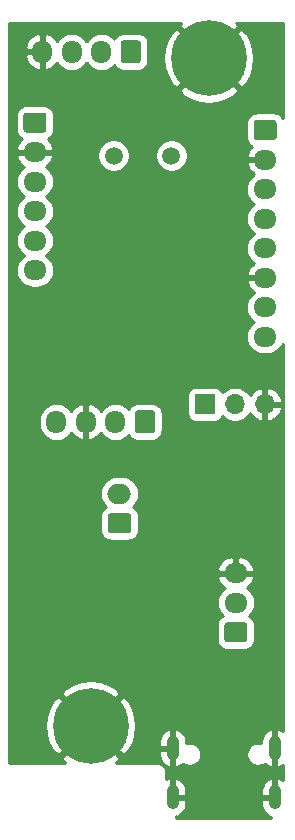
<source format=gbr>
G04 #@! TF.GenerationSoftware,KiCad,Pcbnew,(5.1.6)-1*
G04 #@! TF.CreationDate,2023-02-24T22:08:04-06:00*
G04 #@! TF.ProjectId,EncoderBoard3(1.2),456e636f-6465-4724-926f-617264332831,v1.0*
G04 #@! TF.SameCoordinates,Original*
G04 #@! TF.FileFunction,Copper,L2,Bot*
G04 #@! TF.FilePolarity,Positive*
%FSLAX46Y46*%
G04 Gerber Fmt 4.6, Leading zero omitted, Abs format (unit mm)*
G04 Created by KiCad (PCBNEW (5.1.6)-1) date 2023-02-24 22:08:04*
%MOMM*%
%LPD*%
G01*
G04 APERTURE LIST*
G04 #@! TA.AperFunction,ComponentPad*
%ADD10O,1.700000X1.950000*%
G04 #@! TD*
G04 #@! TA.AperFunction,ComponentPad*
%ADD11C,1.500000*%
G04 #@! TD*
G04 #@! TA.AperFunction,ComponentPad*
%ADD12O,1.050000X2.100000*%
G04 #@! TD*
G04 #@! TA.AperFunction,ComponentPad*
%ADD13O,1.950000X1.700000*%
G04 #@! TD*
G04 #@! TA.AperFunction,ComponentPad*
%ADD14O,2.000000X1.700000*%
G04 #@! TD*
G04 #@! TA.AperFunction,ComponentPad*
%ADD15O,1.700000X1.700000*%
G04 #@! TD*
G04 #@! TA.AperFunction,ComponentPad*
%ADD16R,1.700000X1.700000*%
G04 #@! TD*
G04 #@! TA.AperFunction,ComponentPad*
%ADD17C,6.400000*%
G04 #@! TD*
G04 #@! TA.AperFunction,ViaPad*
%ADD18C,0.450000*%
G04 #@! TD*
G04 #@! TA.AperFunction,ViaPad*
%ADD19C,1.270000*%
G04 #@! TD*
G04 #@! TA.AperFunction,Conductor*
%ADD20C,0.254000*%
G04 #@! TD*
G04 APERTURE END LIST*
G04 #@! TA.AperFunction,ComponentPad*
G36*
G01*
X130453500Y-115975300D02*
X130453500Y-117425300D01*
G75*
G02*
X130203500Y-117675300I-250000J0D01*
G01*
X129003500Y-117675300D01*
G75*
G02*
X128753500Y-117425300I0J250000D01*
G01*
X128753500Y-115975300D01*
G75*
G02*
X129003500Y-115725300I250000J0D01*
G01*
X130203500Y-115725300D01*
G75*
G02*
X130453500Y-115975300I0J-250000D01*
G01*
G37*
G04 #@! TD.AperFunction*
D10*
X127103500Y-116700300D03*
X124603500Y-116700300D03*
X122103500Y-116700300D03*
D11*
X126959360Y-94152720D03*
X131839360Y-94152720D03*
D12*
X140591000Y-148497800D03*
X131951000Y-148497800D03*
X140591000Y-144317800D03*
X131951000Y-144317800D03*
G04 #@! TA.AperFunction,ComponentPad*
G36*
G01*
X129252080Y-84644400D02*
X129252080Y-86094400D01*
G75*
G02*
X129002080Y-86344400I-250000J0D01*
G01*
X127802080Y-86344400D01*
G75*
G02*
X127552080Y-86094400I0J250000D01*
G01*
X127552080Y-84644400D01*
G75*
G02*
X127802080Y-84394400I250000J0D01*
G01*
X129002080Y-84394400D01*
G75*
G02*
X129252080Y-84644400I0J-250000D01*
G01*
G37*
G04 #@! TD.AperFunction*
D10*
X125902080Y-85369400D03*
X123402080Y-85369400D03*
X120902080Y-85369400D03*
G04 #@! TA.AperFunction,ComponentPad*
G36*
G01*
X119556700Y-90513800D02*
X121006700Y-90513800D01*
G75*
G02*
X121256700Y-90763800I0J-250000D01*
G01*
X121256700Y-91963800D01*
G75*
G02*
X121006700Y-92213800I-250000J0D01*
G01*
X119556700Y-92213800D01*
G75*
G02*
X119306700Y-91963800I0J250000D01*
G01*
X119306700Y-90763800D01*
G75*
G02*
X119556700Y-90513800I250000J0D01*
G01*
G37*
G04 #@! TD.AperFunction*
D13*
X120281700Y-93863800D03*
X120281700Y-96363800D03*
X120281700Y-98863800D03*
X120281700Y-101363800D03*
X120281700Y-103863800D03*
D14*
X127444500Y-122772800D03*
G04 #@! TA.AperFunction,ComponentPad*
G36*
G01*
X128194500Y-126122800D02*
X126694500Y-126122800D01*
G75*
G02*
X126444500Y-125872800I0J250000D01*
G01*
X126444500Y-124672800D01*
G75*
G02*
X126694500Y-124422800I250000J0D01*
G01*
X128194500Y-124422800D01*
G75*
G02*
X128444500Y-124672800I0J-250000D01*
G01*
X128444500Y-125872800D01*
G75*
G02*
X128194500Y-126122800I-250000J0D01*
G01*
G37*
G04 #@! TD.AperFunction*
D15*
X139763500Y-115214400D03*
X137223500Y-115214400D03*
D16*
X134683500Y-115214400D03*
D17*
X125000000Y-142425800D03*
D13*
X137287000Y-129518400D03*
X137287000Y-132018400D03*
G04 #@! TA.AperFunction,ComponentPad*
G36*
G01*
X138012000Y-135368400D02*
X136562000Y-135368400D01*
G75*
G02*
X136312000Y-135118400I0J250000D01*
G01*
X136312000Y-133918400D01*
G75*
G02*
X136562000Y-133668400I250000J0D01*
G01*
X138012000Y-133668400D01*
G75*
G02*
X138262000Y-133918400I0J-250000D01*
G01*
X138262000Y-135118400D01*
G75*
G02*
X138012000Y-135368400I-250000J0D01*
G01*
G37*
G04 #@! TD.AperFunction*
X139776200Y-109498800D03*
X139776200Y-106998800D03*
X139776200Y-104498800D03*
X139776200Y-101998800D03*
X139776200Y-99498800D03*
X139776200Y-96998800D03*
X139776200Y-94498800D03*
G04 #@! TA.AperFunction,ComponentPad*
G36*
G01*
X139051200Y-91148800D02*
X140501200Y-91148800D01*
G75*
G02*
X140751200Y-91398800I0J-250000D01*
G01*
X140751200Y-92598800D01*
G75*
G02*
X140501200Y-92848800I-250000J0D01*
G01*
X139051200Y-92848800D01*
G75*
G02*
X138801200Y-92598800I0J250000D01*
G01*
X138801200Y-91398800D01*
G75*
G02*
X139051200Y-91148800I250000J0D01*
G01*
G37*
G04 #@! TD.AperFunction*
D17*
X135000000Y-85902800D03*
D18*
X121475500Y-133083300D03*
X124142500Y-131559300D03*
X124142500Y-132321300D03*
X124142500Y-133083300D03*
X123253500Y-133083300D03*
X123253500Y-132321300D03*
X123253500Y-131559300D03*
X129921000Y-129019300D03*
X124396500Y-127050800D03*
X119443500Y-134988300D03*
X136169400Y-121589800D03*
D19*
X129921000Y-135369300D03*
X123317000Y-137083800D03*
D18*
X125031500Y-133083300D03*
X125031500Y-132321300D03*
X125031500Y-131559300D03*
X122364500Y-131559300D03*
X122364500Y-132321300D03*
X122364500Y-133083300D03*
X125920500Y-133083300D03*
X125920500Y-132321300D03*
X125920500Y-131559300D03*
X121475500Y-131559300D03*
X121475500Y-132321300D03*
X120586500Y-131559300D03*
X120586500Y-132321300D03*
X120586500Y-133083300D03*
X127591820Y-111493300D03*
X127591820Y-113017300D03*
X122511820Y-110488700D03*
X119844820Y-112255300D03*
X125647300Y-106089300D03*
X125646180Y-89067640D03*
X137947400Y-123913900D03*
X124383800Y-109016800D03*
X139521000Y-142072800D03*
X141097000Y-140004800D03*
X133021000Y-141095800D03*
X141097000Y-138353800D03*
X129776220Y-137132060D03*
X140665200Y-123063000D03*
X132559300Y-101222300D03*
X119443500Y-136067800D03*
X140639800Y-125577600D03*
X130154680Y-89067640D03*
X134706360Y-98933000D03*
X134655560Y-100401120D03*
X136018240Y-107001280D03*
X135056880Y-111409480D03*
X139573000Y-83581240D03*
X124220000Y-98906360D03*
X130434080Y-98887280D03*
X118870760Y-110420120D03*
D20*
G36*
X132478724Y-83201919D02*
G01*
X135000000Y-85723195D01*
X137521276Y-83201919D01*
X137321111Y-82929800D01*
X141276000Y-82929800D01*
X141276000Y-90973504D01*
X141239605Y-90905414D01*
X141129162Y-90770838D01*
X140994586Y-90660395D01*
X140841050Y-90578328D01*
X140674454Y-90527792D01*
X140501200Y-90510728D01*
X139051200Y-90510728D01*
X138877946Y-90527792D01*
X138711350Y-90578328D01*
X138557814Y-90660395D01*
X138423238Y-90770838D01*
X138312795Y-90905414D01*
X138230728Y-91058950D01*
X138180192Y-91225546D01*
X138163128Y-91398800D01*
X138163128Y-92598800D01*
X138180192Y-92772054D01*
X138230728Y-92938650D01*
X138312795Y-93092186D01*
X138423238Y-93226762D01*
X138557814Y-93337205D01*
X138663161Y-93393514D01*
X138641771Y-93409751D01*
X138448704Y-93627607D01*
X138301848Y-93878942D01*
X138209724Y-94141910D01*
X138331045Y-94371800D01*
X139649200Y-94371800D01*
X139649200Y-94351800D01*
X139903200Y-94351800D01*
X139903200Y-94371800D01*
X139923200Y-94371800D01*
X139923200Y-94625800D01*
X139903200Y-94625800D01*
X139903200Y-94645800D01*
X139649200Y-94645800D01*
X139649200Y-94625800D01*
X138331045Y-94625800D01*
X138209724Y-94855690D01*
X138301848Y-95118658D01*
X138448704Y-95369993D01*
X138641771Y-95587849D01*
X138847922Y-95744338D01*
X138822186Y-95758094D01*
X138596066Y-95943666D01*
X138410494Y-96169786D01*
X138272601Y-96427766D01*
X138187687Y-96707689D01*
X138159015Y-96998800D01*
X138187687Y-97289911D01*
X138272601Y-97569834D01*
X138410494Y-97827814D01*
X138596066Y-98053934D01*
X138822186Y-98239506D01*
X138839574Y-98248800D01*
X138822186Y-98258094D01*
X138596066Y-98443666D01*
X138410494Y-98669786D01*
X138272601Y-98927766D01*
X138187687Y-99207689D01*
X138159015Y-99498800D01*
X138187687Y-99789911D01*
X138272601Y-100069834D01*
X138410494Y-100327814D01*
X138596066Y-100553934D01*
X138822186Y-100739506D01*
X138839574Y-100748800D01*
X138822186Y-100758094D01*
X138596066Y-100943666D01*
X138410494Y-101169786D01*
X138272601Y-101427766D01*
X138187687Y-101707689D01*
X138159015Y-101998800D01*
X138187687Y-102289911D01*
X138272601Y-102569834D01*
X138410494Y-102827814D01*
X138596066Y-103053934D01*
X138822186Y-103239506D01*
X138847922Y-103253262D01*
X138641771Y-103409751D01*
X138448704Y-103627607D01*
X138301848Y-103878942D01*
X138209724Y-104141910D01*
X138331045Y-104371800D01*
X139649200Y-104371800D01*
X139649200Y-104351800D01*
X139903200Y-104351800D01*
X139903200Y-104371800D01*
X139923200Y-104371800D01*
X139923200Y-104625800D01*
X139903200Y-104625800D01*
X139903200Y-104645800D01*
X139649200Y-104645800D01*
X139649200Y-104625800D01*
X138331045Y-104625800D01*
X138209724Y-104855690D01*
X138301848Y-105118658D01*
X138448704Y-105369993D01*
X138641771Y-105587849D01*
X138847922Y-105744338D01*
X138822186Y-105758094D01*
X138596066Y-105943666D01*
X138410494Y-106169786D01*
X138272601Y-106427766D01*
X138187687Y-106707689D01*
X138159015Y-106998800D01*
X138187687Y-107289911D01*
X138272601Y-107569834D01*
X138410494Y-107827814D01*
X138596066Y-108053934D01*
X138822186Y-108239506D01*
X138839574Y-108248800D01*
X138822186Y-108258094D01*
X138596066Y-108443666D01*
X138410494Y-108669786D01*
X138272601Y-108927766D01*
X138187687Y-109207689D01*
X138159015Y-109498800D01*
X138187687Y-109789911D01*
X138272601Y-110069834D01*
X138410494Y-110327814D01*
X138596066Y-110553934D01*
X138822186Y-110739506D01*
X139080166Y-110877399D01*
X139360089Y-110962313D01*
X139578250Y-110983800D01*
X139974150Y-110983800D01*
X140192311Y-110962313D01*
X140472234Y-110877399D01*
X140730214Y-110739506D01*
X140956334Y-110553934D01*
X141141906Y-110327814D01*
X141276000Y-110076941D01*
X141276001Y-142853100D01*
X141129864Y-142757737D01*
X140896810Y-142673836D01*
X140718000Y-142799637D01*
X140718000Y-144190800D01*
X140738000Y-144190800D01*
X140738000Y-144444800D01*
X140718000Y-144444800D01*
X140718000Y-145835963D01*
X140896810Y-145961764D01*
X141129864Y-145877863D01*
X141276001Y-145782499D01*
X141276001Y-147033101D01*
X141129864Y-146937737D01*
X140896810Y-146853836D01*
X140718000Y-146979637D01*
X140718000Y-148370800D01*
X140738000Y-148370800D01*
X140738000Y-148624800D01*
X140718000Y-148624800D01*
X140718000Y-148644800D01*
X140464000Y-148644800D01*
X140464000Y-148624800D01*
X139431000Y-148624800D01*
X139431000Y-149149800D01*
X139478066Y-149373665D01*
X139567901Y-149584046D01*
X139697053Y-149772859D01*
X139860559Y-149932847D01*
X140052136Y-150057863D01*
X140285190Y-150141764D01*
X140290001Y-150138379D01*
X140290001Y-150285870D01*
X132210000Y-150249922D01*
X132210000Y-150108831D01*
X132256810Y-150141764D01*
X132489864Y-150057863D01*
X132681441Y-149932847D01*
X132844947Y-149772859D01*
X132974099Y-149584046D01*
X133063934Y-149373665D01*
X133111000Y-149149800D01*
X133111000Y-148624800D01*
X132078000Y-148624800D01*
X132078000Y-148644800D01*
X131824000Y-148644800D01*
X131824000Y-148624800D01*
X131804000Y-148624800D01*
X131804000Y-148370800D01*
X131824000Y-148370800D01*
X131824000Y-146979637D01*
X132078000Y-146979637D01*
X132078000Y-148370800D01*
X133111000Y-148370800D01*
X133111000Y-147845800D01*
X139431000Y-147845800D01*
X139431000Y-148370800D01*
X140464000Y-148370800D01*
X140464000Y-146979637D01*
X140285190Y-146853836D01*
X140052136Y-146937737D01*
X139860559Y-147062753D01*
X139697053Y-147222741D01*
X139567901Y-147411554D01*
X139478066Y-147621935D01*
X139431000Y-147845800D01*
X133111000Y-147845800D01*
X133063934Y-147621935D01*
X132974099Y-147411554D01*
X132844947Y-147222741D01*
X132681441Y-147062753D01*
X132489864Y-146937737D01*
X132256810Y-146853836D01*
X132078000Y-146979637D01*
X131824000Y-146979637D01*
X131645190Y-146853836D01*
X131412136Y-146937737D01*
X131410000Y-146939131D01*
X131410000Y-146354877D01*
X131413435Y-146320000D01*
X131399727Y-146180816D01*
X131359128Y-146046980D01*
X131293200Y-145923637D01*
X131204475Y-145815525D01*
X131096363Y-145726800D01*
X130973020Y-145660872D01*
X130839184Y-145620273D01*
X130734877Y-145610000D01*
X130700000Y-145606565D01*
X130665123Y-145610000D01*
X127165757Y-145610000D01*
X127521276Y-145126681D01*
X125000000Y-142605405D01*
X122478724Y-145126681D01*
X122834243Y-145610000D01*
X118050000Y-145610000D01*
X118050000Y-142401495D01*
X121146520Y-142401495D01*
X121215822Y-143153738D01*
X121430548Y-143878008D01*
X121782445Y-144546470D01*
X121809452Y-144586888D01*
X122299119Y-144947076D01*
X124820395Y-142425800D01*
X125179605Y-142425800D01*
X127700881Y-144947076D01*
X128190548Y-144586888D01*
X128267651Y-144444800D01*
X130791000Y-144444800D01*
X130791000Y-144969800D01*
X130838066Y-145193665D01*
X130927901Y-145404046D01*
X131057053Y-145592859D01*
X131220559Y-145752847D01*
X131412136Y-145877863D01*
X131645190Y-145961764D01*
X131824000Y-145835963D01*
X131824000Y-144444800D01*
X130791000Y-144444800D01*
X128267651Y-144444800D01*
X128550849Y-143922918D01*
X128630619Y-143665800D01*
X130791000Y-143665800D01*
X130791000Y-144190800D01*
X131824000Y-144190800D01*
X131824000Y-142799637D01*
X132078000Y-142799637D01*
X132078000Y-144190800D01*
X132098000Y-144190800D01*
X132098000Y-144444800D01*
X132078000Y-144444800D01*
X132078000Y-145835963D01*
X132256810Y-145961764D01*
X132489864Y-145877863D01*
X132681441Y-145752847D01*
X132795507Y-145641235D01*
X132914428Y-145720696D01*
X133093686Y-145794947D01*
X133283986Y-145832800D01*
X133478014Y-145832800D01*
X133668314Y-145794947D01*
X133847572Y-145720696D01*
X134008901Y-145612899D01*
X134146099Y-145475701D01*
X134253896Y-145314372D01*
X134328147Y-145135114D01*
X134366000Y-144944814D01*
X134366000Y-144750786D01*
X138176000Y-144750786D01*
X138176000Y-144944814D01*
X138213853Y-145135114D01*
X138288104Y-145314372D01*
X138395901Y-145475701D01*
X138533099Y-145612899D01*
X138694428Y-145720696D01*
X138873686Y-145794947D01*
X139063986Y-145832800D01*
X139258014Y-145832800D01*
X139448314Y-145794947D01*
X139627572Y-145720696D01*
X139746493Y-145641235D01*
X139860559Y-145752847D01*
X140052136Y-145877863D01*
X140285190Y-145961764D01*
X140464000Y-145835963D01*
X140464000Y-144444800D01*
X140444000Y-144444800D01*
X140444000Y-144190800D01*
X140464000Y-144190800D01*
X140464000Y-142799637D01*
X140285190Y-142673836D01*
X140052136Y-142757737D01*
X139860559Y-142882753D01*
X139697053Y-143042741D01*
X139567901Y-143231554D01*
X139478066Y-143441935D01*
X139431000Y-143665800D01*
X139431000Y-143897209D01*
X139258014Y-143862800D01*
X139063986Y-143862800D01*
X138873686Y-143900653D01*
X138694428Y-143974904D01*
X138533099Y-144082701D01*
X138395901Y-144219899D01*
X138288104Y-144381228D01*
X138213853Y-144560486D01*
X138176000Y-144750786D01*
X134366000Y-144750786D01*
X134328147Y-144560486D01*
X134253896Y-144381228D01*
X134146099Y-144219899D01*
X134008901Y-144082701D01*
X133847572Y-143974904D01*
X133668314Y-143900653D01*
X133478014Y-143862800D01*
X133283986Y-143862800D01*
X133111000Y-143897209D01*
X133111000Y-143665800D01*
X133063934Y-143441935D01*
X132974099Y-143231554D01*
X132844947Y-143042741D01*
X132681441Y-142882753D01*
X132489864Y-142757737D01*
X132256810Y-142673836D01*
X132078000Y-142799637D01*
X131824000Y-142799637D01*
X131645190Y-142673836D01*
X131412136Y-142757737D01*
X131220559Y-142882753D01*
X131057053Y-143042741D01*
X130927901Y-143231554D01*
X130838066Y-143441935D01*
X130791000Y-143665800D01*
X128630619Y-143665800D01*
X128774694Y-143201415D01*
X128853480Y-142450105D01*
X128784178Y-141697862D01*
X128569452Y-140973592D01*
X128217555Y-140305130D01*
X128190548Y-140264712D01*
X127700881Y-139904524D01*
X125179605Y-142425800D01*
X124820395Y-142425800D01*
X122299119Y-139904524D01*
X121809452Y-140264712D01*
X121449151Y-140928682D01*
X121225306Y-141650185D01*
X121146520Y-142401495D01*
X118050000Y-142401495D01*
X118050000Y-139724919D01*
X122478724Y-139724919D01*
X125000000Y-142246195D01*
X127521276Y-139724919D01*
X127161088Y-139235252D01*
X126497118Y-138874951D01*
X125775615Y-138651106D01*
X125024305Y-138572320D01*
X124272062Y-138641622D01*
X123547792Y-138856348D01*
X122879330Y-139208245D01*
X122838912Y-139235252D01*
X122478724Y-139724919D01*
X118050000Y-139724919D01*
X118050000Y-132018400D01*
X135669815Y-132018400D01*
X135698487Y-132309511D01*
X135783401Y-132589434D01*
X135921294Y-132847414D01*
X136106866Y-133073534D01*
X136170337Y-133125623D01*
X136068614Y-133179995D01*
X135934038Y-133290438D01*
X135823595Y-133425014D01*
X135741528Y-133578550D01*
X135690992Y-133745146D01*
X135673928Y-133918400D01*
X135673928Y-135118400D01*
X135690992Y-135291654D01*
X135741528Y-135458250D01*
X135823595Y-135611786D01*
X135934038Y-135746362D01*
X136068614Y-135856805D01*
X136222150Y-135938872D01*
X136388746Y-135989408D01*
X136562000Y-136006472D01*
X138012000Y-136006472D01*
X138185254Y-135989408D01*
X138351850Y-135938872D01*
X138505386Y-135856805D01*
X138639962Y-135746362D01*
X138750405Y-135611786D01*
X138832472Y-135458250D01*
X138883008Y-135291654D01*
X138900072Y-135118400D01*
X138900072Y-133918400D01*
X138883008Y-133745146D01*
X138832472Y-133578550D01*
X138750405Y-133425014D01*
X138639962Y-133290438D01*
X138505386Y-133179995D01*
X138403663Y-133125623D01*
X138467134Y-133073534D01*
X138652706Y-132847414D01*
X138790599Y-132589434D01*
X138875513Y-132309511D01*
X138904185Y-132018400D01*
X138875513Y-131727289D01*
X138790599Y-131447366D01*
X138652706Y-131189386D01*
X138467134Y-130963266D01*
X138241014Y-130777694D01*
X138215278Y-130763938D01*
X138421429Y-130607449D01*
X138614496Y-130389593D01*
X138761352Y-130138258D01*
X138853476Y-129875290D01*
X138732155Y-129645400D01*
X137414000Y-129645400D01*
X137414000Y-129665400D01*
X137160000Y-129665400D01*
X137160000Y-129645400D01*
X135841845Y-129645400D01*
X135720524Y-129875290D01*
X135812648Y-130138258D01*
X135959504Y-130389593D01*
X136152571Y-130607449D01*
X136358722Y-130763938D01*
X136332986Y-130777694D01*
X136106866Y-130963266D01*
X135921294Y-131189386D01*
X135783401Y-131447366D01*
X135698487Y-131727289D01*
X135669815Y-132018400D01*
X118050000Y-132018400D01*
X118050000Y-129161510D01*
X135720524Y-129161510D01*
X135841845Y-129391400D01*
X137160000Y-129391400D01*
X137160000Y-128192235D01*
X137414000Y-128192235D01*
X137414000Y-129391400D01*
X138732155Y-129391400D01*
X138853476Y-129161510D01*
X138761352Y-128898542D01*
X138614496Y-128647207D01*
X138421429Y-128429351D01*
X138189570Y-128253347D01*
X137927830Y-128125958D01*
X137646267Y-128052080D01*
X137414000Y-128192235D01*
X137160000Y-128192235D01*
X136927733Y-128052080D01*
X136646170Y-128125958D01*
X136384430Y-128253347D01*
X136152571Y-128429351D01*
X135959504Y-128647207D01*
X135812648Y-128898542D01*
X135720524Y-129161510D01*
X118050000Y-129161510D01*
X118050000Y-122772800D01*
X125802315Y-122772800D01*
X125830987Y-123063911D01*
X125915901Y-123343834D01*
X126053794Y-123601814D01*
X126239366Y-123827934D01*
X126302837Y-123880023D01*
X126201114Y-123934395D01*
X126066538Y-124044838D01*
X125956095Y-124179414D01*
X125874028Y-124332950D01*
X125823492Y-124499546D01*
X125806428Y-124672800D01*
X125806428Y-125872800D01*
X125823492Y-126046054D01*
X125874028Y-126212650D01*
X125956095Y-126366186D01*
X126066538Y-126500762D01*
X126201114Y-126611205D01*
X126354650Y-126693272D01*
X126521246Y-126743808D01*
X126694500Y-126760872D01*
X128194500Y-126760872D01*
X128367754Y-126743808D01*
X128534350Y-126693272D01*
X128687886Y-126611205D01*
X128822462Y-126500762D01*
X128932905Y-126366186D01*
X129014972Y-126212650D01*
X129065508Y-126046054D01*
X129082572Y-125872800D01*
X129082572Y-124672800D01*
X129065508Y-124499546D01*
X129014972Y-124332950D01*
X128932905Y-124179414D01*
X128822462Y-124044838D01*
X128687886Y-123934395D01*
X128586163Y-123880023D01*
X128649634Y-123827934D01*
X128835206Y-123601814D01*
X128973099Y-123343834D01*
X129058013Y-123063911D01*
X129086685Y-122772800D01*
X129058013Y-122481689D01*
X128973099Y-122201766D01*
X128835206Y-121943786D01*
X128649634Y-121717666D01*
X128423514Y-121532094D01*
X128165534Y-121394201D01*
X127885611Y-121309287D01*
X127667450Y-121287800D01*
X127221550Y-121287800D01*
X127003389Y-121309287D01*
X126723466Y-121394201D01*
X126465486Y-121532094D01*
X126239366Y-121717666D01*
X126053794Y-121943786D01*
X125915901Y-122201766D01*
X125830987Y-122481689D01*
X125802315Y-122772800D01*
X118050000Y-122772800D01*
X118050000Y-116502350D01*
X120618500Y-116502350D01*
X120618500Y-116898249D01*
X120639987Y-117116410D01*
X120724901Y-117396333D01*
X120862794Y-117654313D01*
X121048366Y-117880434D01*
X121274486Y-118066006D01*
X121532466Y-118203899D01*
X121812389Y-118288813D01*
X122103500Y-118317485D01*
X122394610Y-118288813D01*
X122674533Y-118203899D01*
X122932513Y-118066006D01*
X123158634Y-117880434D01*
X123344206Y-117654314D01*
X123357962Y-117628578D01*
X123514451Y-117834729D01*
X123732307Y-118027796D01*
X123983642Y-118174652D01*
X124246610Y-118266776D01*
X124476500Y-118145455D01*
X124476500Y-116827300D01*
X124456500Y-116827300D01*
X124456500Y-116573300D01*
X124476500Y-116573300D01*
X124476500Y-115255145D01*
X124730500Y-115255145D01*
X124730500Y-116573300D01*
X124750500Y-116573300D01*
X124750500Y-116827300D01*
X124730500Y-116827300D01*
X124730500Y-118145455D01*
X124960390Y-118266776D01*
X125223358Y-118174652D01*
X125474693Y-118027796D01*
X125692549Y-117834729D01*
X125849038Y-117628578D01*
X125862794Y-117654313D01*
X126048366Y-117880434D01*
X126274486Y-118066006D01*
X126532466Y-118203899D01*
X126812389Y-118288813D01*
X127103500Y-118317485D01*
X127394610Y-118288813D01*
X127674533Y-118203899D01*
X127932513Y-118066006D01*
X128158634Y-117880434D01*
X128210723Y-117816963D01*
X128265095Y-117918686D01*
X128375538Y-118053262D01*
X128510114Y-118163705D01*
X128663650Y-118245772D01*
X128830246Y-118296308D01*
X129003500Y-118313372D01*
X130203500Y-118313372D01*
X130376754Y-118296308D01*
X130543350Y-118245772D01*
X130696886Y-118163705D01*
X130831462Y-118053262D01*
X130941905Y-117918686D01*
X131023972Y-117765150D01*
X131074508Y-117598554D01*
X131091572Y-117425300D01*
X131091572Y-115975300D01*
X131074508Y-115802046D01*
X131023972Y-115635450D01*
X130941905Y-115481914D01*
X130831462Y-115347338D01*
X130696886Y-115236895D01*
X130543350Y-115154828D01*
X130376754Y-115104292D01*
X130203500Y-115087228D01*
X129003500Y-115087228D01*
X128830246Y-115104292D01*
X128663650Y-115154828D01*
X128510114Y-115236895D01*
X128375538Y-115347338D01*
X128265095Y-115481914D01*
X128210723Y-115583637D01*
X128158634Y-115520166D01*
X127932514Y-115334594D01*
X127674534Y-115196701D01*
X127394611Y-115111787D01*
X127103500Y-115083115D01*
X126812390Y-115111787D01*
X126532467Y-115196701D01*
X126274487Y-115334594D01*
X126048366Y-115520166D01*
X125862794Y-115746286D01*
X125849038Y-115772022D01*
X125692549Y-115565871D01*
X125474693Y-115372804D01*
X125223358Y-115225948D01*
X124960390Y-115133824D01*
X124730500Y-115255145D01*
X124476500Y-115255145D01*
X124246610Y-115133824D01*
X123983642Y-115225948D01*
X123732307Y-115372804D01*
X123514451Y-115565871D01*
X123357962Y-115772022D01*
X123344206Y-115746286D01*
X123158634Y-115520166D01*
X122932514Y-115334594D01*
X122674534Y-115196701D01*
X122394611Y-115111787D01*
X122103500Y-115083115D01*
X121812390Y-115111787D01*
X121532467Y-115196701D01*
X121274487Y-115334594D01*
X121048366Y-115520166D01*
X120862794Y-115746286D01*
X120724901Y-116004266D01*
X120639987Y-116284189D01*
X120618500Y-116502350D01*
X118050000Y-116502350D01*
X118050000Y-114364400D01*
X133195428Y-114364400D01*
X133195428Y-116064400D01*
X133207688Y-116188882D01*
X133243998Y-116308580D01*
X133302963Y-116418894D01*
X133382315Y-116515585D01*
X133479006Y-116594937D01*
X133589320Y-116653902D01*
X133709018Y-116690212D01*
X133833500Y-116702472D01*
X135533500Y-116702472D01*
X135657982Y-116690212D01*
X135777680Y-116653902D01*
X135887994Y-116594937D01*
X135984685Y-116515585D01*
X136064037Y-116418894D01*
X136123002Y-116308580D01*
X136145013Y-116236020D01*
X136276868Y-116367875D01*
X136520089Y-116530390D01*
X136790342Y-116642332D01*
X137077240Y-116699400D01*
X137369760Y-116699400D01*
X137656658Y-116642332D01*
X137926911Y-116530390D01*
X138170132Y-116367875D01*
X138376975Y-116161032D01*
X138498695Y-115978866D01*
X138568322Y-116095755D01*
X138763231Y-116311988D01*
X138996580Y-116486041D01*
X139259401Y-116611225D01*
X139406610Y-116655876D01*
X139636500Y-116534555D01*
X139636500Y-115341400D01*
X139890500Y-115341400D01*
X139890500Y-116534555D01*
X140120390Y-116655876D01*
X140267599Y-116611225D01*
X140530420Y-116486041D01*
X140763769Y-116311988D01*
X140958678Y-116095755D01*
X141107657Y-115845652D01*
X141204981Y-115571291D01*
X141084314Y-115341400D01*
X139890500Y-115341400D01*
X139636500Y-115341400D01*
X139616500Y-115341400D01*
X139616500Y-115087400D01*
X139636500Y-115087400D01*
X139636500Y-113894245D01*
X139890500Y-113894245D01*
X139890500Y-115087400D01*
X141084314Y-115087400D01*
X141204981Y-114857509D01*
X141107657Y-114583148D01*
X140958678Y-114333045D01*
X140763769Y-114116812D01*
X140530420Y-113942759D01*
X140267599Y-113817575D01*
X140120390Y-113772924D01*
X139890500Y-113894245D01*
X139636500Y-113894245D01*
X139406610Y-113772924D01*
X139259401Y-113817575D01*
X138996580Y-113942759D01*
X138763231Y-114116812D01*
X138568322Y-114333045D01*
X138498695Y-114449934D01*
X138376975Y-114267768D01*
X138170132Y-114060925D01*
X137926911Y-113898410D01*
X137656658Y-113786468D01*
X137369760Y-113729400D01*
X137077240Y-113729400D01*
X136790342Y-113786468D01*
X136520089Y-113898410D01*
X136276868Y-114060925D01*
X136145013Y-114192780D01*
X136123002Y-114120220D01*
X136064037Y-114009906D01*
X135984685Y-113913215D01*
X135887994Y-113833863D01*
X135777680Y-113774898D01*
X135657982Y-113738588D01*
X135533500Y-113726328D01*
X133833500Y-113726328D01*
X133709018Y-113738588D01*
X133589320Y-113774898D01*
X133479006Y-113833863D01*
X133382315Y-113913215D01*
X133302963Y-114009906D01*
X133243998Y-114120220D01*
X133207688Y-114239918D01*
X133195428Y-114364400D01*
X118050000Y-114364400D01*
X118050000Y-96363800D01*
X118664515Y-96363800D01*
X118693187Y-96654911D01*
X118778101Y-96934834D01*
X118915994Y-97192814D01*
X119101566Y-97418934D01*
X119327686Y-97604506D01*
X119345074Y-97613800D01*
X119327686Y-97623094D01*
X119101566Y-97808666D01*
X118915994Y-98034786D01*
X118778101Y-98292766D01*
X118693187Y-98572689D01*
X118664515Y-98863800D01*
X118693187Y-99154911D01*
X118778101Y-99434834D01*
X118915994Y-99692814D01*
X119101566Y-99918934D01*
X119327686Y-100104506D01*
X119345074Y-100113800D01*
X119327686Y-100123094D01*
X119101566Y-100308666D01*
X118915994Y-100534786D01*
X118778101Y-100792766D01*
X118693187Y-101072689D01*
X118664515Y-101363800D01*
X118693187Y-101654911D01*
X118778101Y-101934834D01*
X118915994Y-102192814D01*
X119101566Y-102418934D01*
X119327686Y-102604506D01*
X119345074Y-102613800D01*
X119327686Y-102623094D01*
X119101566Y-102808666D01*
X118915994Y-103034786D01*
X118778101Y-103292766D01*
X118693187Y-103572689D01*
X118664515Y-103863800D01*
X118693187Y-104154911D01*
X118778101Y-104434834D01*
X118915994Y-104692814D01*
X119101566Y-104918934D01*
X119327686Y-105104506D01*
X119585666Y-105242399D01*
X119865589Y-105327313D01*
X120083750Y-105348800D01*
X120479650Y-105348800D01*
X120697811Y-105327313D01*
X120977734Y-105242399D01*
X121235714Y-105104506D01*
X121461834Y-104918934D01*
X121647406Y-104692814D01*
X121785299Y-104434834D01*
X121870213Y-104154911D01*
X121898885Y-103863800D01*
X121870213Y-103572689D01*
X121785299Y-103292766D01*
X121647406Y-103034786D01*
X121461834Y-102808666D01*
X121235714Y-102623094D01*
X121218326Y-102613800D01*
X121235714Y-102604506D01*
X121461834Y-102418934D01*
X121647406Y-102192814D01*
X121785299Y-101934834D01*
X121870213Y-101654911D01*
X121898885Y-101363800D01*
X121870213Y-101072689D01*
X121785299Y-100792766D01*
X121647406Y-100534786D01*
X121461834Y-100308666D01*
X121235714Y-100123094D01*
X121218326Y-100113800D01*
X121235714Y-100104506D01*
X121461834Y-99918934D01*
X121647406Y-99692814D01*
X121785299Y-99434834D01*
X121870213Y-99154911D01*
X121898885Y-98863800D01*
X121870213Y-98572689D01*
X121785299Y-98292766D01*
X121647406Y-98034786D01*
X121461834Y-97808666D01*
X121235714Y-97623094D01*
X121218326Y-97613800D01*
X121235714Y-97604506D01*
X121461834Y-97418934D01*
X121647406Y-97192814D01*
X121785299Y-96934834D01*
X121870213Y-96654911D01*
X121898885Y-96363800D01*
X121870213Y-96072689D01*
X121785299Y-95792766D01*
X121647406Y-95534786D01*
X121461834Y-95308666D01*
X121235714Y-95123094D01*
X121209978Y-95109338D01*
X121416129Y-94952849D01*
X121609196Y-94734993D01*
X121756052Y-94483658D01*
X121848176Y-94220690D01*
X121740317Y-94016309D01*
X125574360Y-94016309D01*
X125574360Y-94289131D01*
X125627585Y-94556709D01*
X125731989Y-94808763D01*
X125883561Y-95035606D01*
X126076474Y-95228519D01*
X126303317Y-95380091D01*
X126555371Y-95484495D01*
X126822949Y-95537720D01*
X127095771Y-95537720D01*
X127363349Y-95484495D01*
X127615403Y-95380091D01*
X127842246Y-95228519D01*
X128035159Y-95035606D01*
X128186731Y-94808763D01*
X128291135Y-94556709D01*
X128344360Y-94289131D01*
X128344360Y-94016309D01*
X130454360Y-94016309D01*
X130454360Y-94289131D01*
X130507585Y-94556709D01*
X130611989Y-94808763D01*
X130763561Y-95035606D01*
X130956474Y-95228519D01*
X131183317Y-95380091D01*
X131435371Y-95484495D01*
X131702949Y-95537720D01*
X131975771Y-95537720D01*
X132243349Y-95484495D01*
X132495403Y-95380091D01*
X132722246Y-95228519D01*
X132915159Y-95035606D01*
X133066731Y-94808763D01*
X133171135Y-94556709D01*
X133224360Y-94289131D01*
X133224360Y-94016309D01*
X133171135Y-93748731D01*
X133066731Y-93496677D01*
X132915159Y-93269834D01*
X132722246Y-93076921D01*
X132495403Y-92925349D01*
X132243349Y-92820945D01*
X131975771Y-92767720D01*
X131702949Y-92767720D01*
X131435371Y-92820945D01*
X131183317Y-92925349D01*
X130956474Y-93076921D01*
X130763561Y-93269834D01*
X130611989Y-93496677D01*
X130507585Y-93748731D01*
X130454360Y-94016309D01*
X128344360Y-94016309D01*
X128291135Y-93748731D01*
X128186731Y-93496677D01*
X128035159Y-93269834D01*
X127842246Y-93076921D01*
X127615403Y-92925349D01*
X127363349Y-92820945D01*
X127095771Y-92767720D01*
X126822949Y-92767720D01*
X126555371Y-92820945D01*
X126303317Y-92925349D01*
X126076474Y-93076921D01*
X125883561Y-93269834D01*
X125731989Y-93496677D01*
X125627585Y-93748731D01*
X125574360Y-94016309D01*
X121740317Y-94016309D01*
X121726855Y-93990800D01*
X120408700Y-93990800D01*
X120408700Y-94010800D01*
X120154700Y-94010800D01*
X120154700Y-93990800D01*
X118836545Y-93990800D01*
X118715224Y-94220690D01*
X118807348Y-94483658D01*
X118954204Y-94734993D01*
X119147271Y-94952849D01*
X119353422Y-95109338D01*
X119327686Y-95123094D01*
X119101566Y-95308666D01*
X118915994Y-95534786D01*
X118778101Y-95792766D01*
X118693187Y-96072689D01*
X118664515Y-96363800D01*
X118050000Y-96363800D01*
X118050000Y-90763800D01*
X118668628Y-90763800D01*
X118668628Y-91963800D01*
X118685692Y-92137054D01*
X118736228Y-92303650D01*
X118818295Y-92457186D01*
X118928738Y-92591762D01*
X119063314Y-92702205D01*
X119168661Y-92758514D01*
X119147271Y-92774751D01*
X118954204Y-92992607D01*
X118807348Y-93243942D01*
X118715224Y-93506910D01*
X118836545Y-93736800D01*
X120154700Y-93736800D01*
X120154700Y-93716800D01*
X120408700Y-93716800D01*
X120408700Y-93736800D01*
X121726855Y-93736800D01*
X121848176Y-93506910D01*
X121756052Y-93243942D01*
X121609196Y-92992607D01*
X121416129Y-92774751D01*
X121394739Y-92758514D01*
X121500086Y-92702205D01*
X121634662Y-92591762D01*
X121745105Y-92457186D01*
X121827172Y-92303650D01*
X121877708Y-92137054D01*
X121894772Y-91963800D01*
X121894772Y-90763800D01*
X121877708Y-90590546D01*
X121827172Y-90423950D01*
X121745105Y-90270414D01*
X121634662Y-90135838D01*
X121500086Y-90025395D01*
X121346550Y-89943328D01*
X121179954Y-89892792D01*
X121006700Y-89875728D01*
X119556700Y-89875728D01*
X119383446Y-89892792D01*
X119216850Y-89943328D01*
X119063314Y-90025395D01*
X118928738Y-90135838D01*
X118818295Y-90270414D01*
X118736228Y-90423950D01*
X118685692Y-90590546D01*
X118668628Y-90763800D01*
X118050000Y-90763800D01*
X118050000Y-88603681D01*
X132478724Y-88603681D01*
X132838912Y-89093348D01*
X133502882Y-89453649D01*
X134224385Y-89677494D01*
X134975695Y-89756280D01*
X135727938Y-89686978D01*
X136452208Y-89472252D01*
X137120670Y-89120355D01*
X137161088Y-89093348D01*
X137521276Y-88603681D01*
X135000000Y-86082405D01*
X132478724Y-88603681D01*
X118050000Y-88603681D01*
X118050000Y-85728667D01*
X119435760Y-85728667D01*
X119509638Y-86010230D01*
X119637027Y-86271970D01*
X119813031Y-86503829D01*
X120030887Y-86696896D01*
X120282222Y-86843752D01*
X120545190Y-86935876D01*
X120775080Y-86814555D01*
X120775080Y-85496400D01*
X119575915Y-85496400D01*
X119435760Y-85728667D01*
X118050000Y-85728667D01*
X118050000Y-85010133D01*
X119435760Y-85010133D01*
X119575915Y-85242400D01*
X120775080Y-85242400D01*
X120775080Y-83924245D01*
X121029080Y-83924245D01*
X121029080Y-85242400D01*
X121049080Y-85242400D01*
X121049080Y-85496400D01*
X121029080Y-85496400D01*
X121029080Y-86814555D01*
X121258970Y-86935876D01*
X121521938Y-86843752D01*
X121773273Y-86696896D01*
X121991129Y-86503829D01*
X122147618Y-86297678D01*
X122161374Y-86323413D01*
X122346946Y-86549534D01*
X122573066Y-86735106D01*
X122831046Y-86872999D01*
X123110969Y-86957913D01*
X123402080Y-86986585D01*
X123693190Y-86957913D01*
X123973113Y-86872999D01*
X124231093Y-86735106D01*
X124457214Y-86549534D01*
X124642786Y-86323414D01*
X124652080Y-86306026D01*
X124661374Y-86323413D01*
X124846946Y-86549534D01*
X125073066Y-86735106D01*
X125331046Y-86872999D01*
X125610969Y-86957913D01*
X125902080Y-86986585D01*
X126193190Y-86957913D01*
X126473113Y-86872999D01*
X126731093Y-86735106D01*
X126957214Y-86549534D01*
X127009303Y-86486063D01*
X127063675Y-86587786D01*
X127174118Y-86722362D01*
X127308694Y-86832805D01*
X127462230Y-86914872D01*
X127628826Y-86965408D01*
X127802080Y-86982472D01*
X129002080Y-86982472D01*
X129175334Y-86965408D01*
X129341930Y-86914872D01*
X129495466Y-86832805D01*
X129630042Y-86722362D01*
X129740485Y-86587786D01*
X129822552Y-86434250D01*
X129873088Y-86267654D01*
X129890152Y-86094400D01*
X129890152Y-85878495D01*
X131146520Y-85878495D01*
X131215822Y-86630738D01*
X131430548Y-87355008D01*
X131782445Y-88023470D01*
X131809452Y-88063888D01*
X132299119Y-88424076D01*
X134820395Y-85902800D01*
X135179605Y-85902800D01*
X137700881Y-88424076D01*
X138190548Y-88063888D01*
X138550849Y-87399918D01*
X138774694Y-86678415D01*
X138853480Y-85927105D01*
X138784178Y-85174862D01*
X138569452Y-84450592D01*
X138217555Y-83782130D01*
X138190548Y-83741712D01*
X137700881Y-83381524D01*
X135179605Y-85902800D01*
X134820395Y-85902800D01*
X132299119Y-83381524D01*
X131809452Y-83741712D01*
X131449151Y-84405682D01*
X131225306Y-85127185D01*
X131146520Y-85878495D01*
X129890152Y-85878495D01*
X129890152Y-84644400D01*
X129873088Y-84471146D01*
X129822552Y-84304550D01*
X129740485Y-84151014D01*
X129630042Y-84016438D01*
X129495466Y-83905995D01*
X129341930Y-83823928D01*
X129175334Y-83773392D01*
X129002080Y-83756328D01*
X127802080Y-83756328D01*
X127628826Y-83773392D01*
X127462230Y-83823928D01*
X127308694Y-83905995D01*
X127174118Y-84016438D01*
X127063675Y-84151014D01*
X127009303Y-84252737D01*
X126957214Y-84189266D01*
X126731094Y-84003694D01*
X126473114Y-83865801D01*
X126193191Y-83780887D01*
X125902080Y-83752215D01*
X125610970Y-83780887D01*
X125331047Y-83865801D01*
X125073067Y-84003694D01*
X124846946Y-84189266D01*
X124661374Y-84415386D01*
X124652080Y-84432774D01*
X124642786Y-84415386D01*
X124457214Y-84189266D01*
X124231094Y-84003694D01*
X123973114Y-83865801D01*
X123693191Y-83780887D01*
X123402080Y-83752215D01*
X123110970Y-83780887D01*
X122831047Y-83865801D01*
X122573067Y-84003694D01*
X122346946Y-84189266D01*
X122161374Y-84415386D01*
X122147618Y-84441122D01*
X121991129Y-84234971D01*
X121773273Y-84041904D01*
X121521938Y-83895048D01*
X121258970Y-83802924D01*
X121029080Y-83924245D01*
X120775080Y-83924245D01*
X120545190Y-83802924D01*
X120282222Y-83895048D01*
X120030887Y-84041904D01*
X119813031Y-84234971D01*
X119637027Y-84466830D01*
X119509638Y-84728570D01*
X119435760Y-85010133D01*
X118050000Y-85010133D01*
X118050000Y-82929800D01*
X132678889Y-82929800D01*
X132478724Y-83201919D01*
G37*
X132478724Y-83201919D02*
X135000000Y-85723195D01*
X137521276Y-83201919D01*
X137321111Y-82929800D01*
X141276000Y-82929800D01*
X141276000Y-90973504D01*
X141239605Y-90905414D01*
X141129162Y-90770838D01*
X140994586Y-90660395D01*
X140841050Y-90578328D01*
X140674454Y-90527792D01*
X140501200Y-90510728D01*
X139051200Y-90510728D01*
X138877946Y-90527792D01*
X138711350Y-90578328D01*
X138557814Y-90660395D01*
X138423238Y-90770838D01*
X138312795Y-90905414D01*
X138230728Y-91058950D01*
X138180192Y-91225546D01*
X138163128Y-91398800D01*
X138163128Y-92598800D01*
X138180192Y-92772054D01*
X138230728Y-92938650D01*
X138312795Y-93092186D01*
X138423238Y-93226762D01*
X138557814Y-93337205D01*
X138663161Y-93393514D01*
X138641771Y-93409751D01*
X138448704Y-93627607D01*
X138301848Y-93878942D01*
X138209724Y-94141910D01*
X138331045Y-94371800D01*
X139649200Y-94371800D01*
X139649200Y-94351800D01*
X139903200Y-94351800D01*
X139903200Y-94371800D01*
X139923200Y-94371800D01*
X139923200Y-94625800D01*
X139903200Y-94625800D01*
X139903200Y-94645800D01*
X139649200Y-94645800D01*
X139649200Y-94625800D01*
X138331045Y-94625800D01*
X138209724Y-94855690D01*
X138301848Y-95118658D01*
X138448704Y-95369993D01*
X138641771Y-95587849D01*
X138847922Y-95744338D01*
X138822186Y-95758094D01*
X138596066Y-95943666D01*
X138410494Y-96169786D01*
X138272601Y-96427766D01*
X138187687Y-96707689D01*
X138159015Y-96998800D01*
X138187687Y-97289911D01*
X138272601Y-97569834D01*
X138410494Y-97827814D01*
X138596066Y-98053934D01*
X138822186Y-98239506D01*
X138839574Y-98248800D01*
X138822186Y-98258094D01*
X138596066Y-98443666D01*
X138410494Y-98669786D01*
X138272601Y-98927766D01*
X138187687Y-99207689D01*
X138159015Y-99498800D01*
X138187687Y-99789911D01*
X138272601Y-100069834D01*
X138410494Y-100327814D01*
X138596066Y-100553934D01*
X138822186Y-100739506D01*
X138839574Y-100748800D01*
X138822186Y-100758094D01*
X138596066Y-100943666D01*
X138410494Y-101169786D01*
X138272601Y-101427766D01*
X138187687Y-101707689D01*
X138159015Y-101998800D01*
X138187687Y-102289911D01*
X138272601Y-102569834D01*
X138410494Y-102827814D01*
X138596066Y-103053934D01*
X138822186Y-103239506D01*
X138847922Y-103253262D01*
X138641771Y-103409751D01*
X138448704Y-103627607D01*
X138301848Y-103878942D01*
X138209724Y-104141910D01*
X138331045Y-104371800D01*
X139649200Y-104371800D01*
X139649200Y-104351800D01*
X139903200Y-104351800D01*
X139903200Y-104371800D01*
X139923200Y-104371800D01*
X139923200Y-104625800D01*
X139903200Y-104625800D01*
X139903200Y-104645800D01*
X139649200Y-104645800D01*
X139649200Y-104625800D01*
X138331045Y-104625800D01*
X138209724Y-104855690D01*
X138301848Y-105118658D01*
X138448704Y-105369993D01*
X138641771Y-105587849D01*
X138847922Y-105744338D01*
X138822186Y-105758094D01*
X138596066Y-105943666D01*
X138410494Y-106169786D01*
X138272601Y-106427766D01*
X138187687Y-106707689D01*
X138159015Y-106998800D01*
X138187687Y-107289911D01*
X138272601Y-107569834D01*
X138410494Y-107827814D01*
X138596066Y-108053934D01*
X138822186Y-108239506D01*
X138839574Y-108248800D01*
X138822186Y-108258094D01*
X138596066Y-108443666D01*
X138410494Y-108669786D01*
X138272601Y-108927766D01*
X138187687Y-109207689D01*
X138159015Y-109498800D01*
X138187687Y-109789911D01*
X138272601Y-110069834D01*
X138410494Y-110327814D01*
X138596066Y-110553934D01*
X138822186Y-110739506D01*
X139080166Y-110877399D01*
X139360089Y-110962313D01*
X139578250Y-110983800D01*
X139974150Y-110983800D01*
X140192311Y-110962313D01*
X140472234Y-110877399D01*
X140730214Y-110739506D01*
X140956334Y-110553934D01*
X141141906Y-110327814D01*
X141276000Y-110076941D01*
X141276001Y-142853100D01*
X141129864Y-142757737D01*
X140896810Y-142673836D01*
X140718000Y-142799637D01*
X140718000Y-144190800D01*
X140738000Y-144190800D01*
X140738000Y-144444800D01*
X140718000Y-144444800D01*
X140718000Y-145835963D01*
X140896810Y-145961764D01*
X141129864Y-145877863D01*
X141276001Y-145782499D01*
X141276001Y-147033101D01*
X141129864Y-146937737D01*
X140896810Y-146853836D01*
X140718000Y-146979637D01*
X140718000Y-148370800D01*
X140738000Y-148370800D01*
X140738000Y-148624800D01*
X140718000Y-148624800D01*
X140718000Y-148644800D01*
X140464000Y-148644800D01*
X140464000Y-148624800D01*
X139431000Y-148624800D01*
X139431000Y-149149800D01*
X139478066Y-149373665D01*
X139567901Y-149584046D01*
X139697053Y-149772859D01*
X139860559Y-149932847D01*
X140052136Y-150057863D01*
X140285190Y-150141764D01*
X140290001Y-150138379D01*
X140290001Y-150285870D01*
X132210000Y-150249922D01*
X132210000Y-150108831D01*
X132256810Y-150141764D01*
X132489864Y-150057863D01*
X132681441Y-149932847D01*
X132844947Y-149772859D01*
X132974099Y-149584046D01*
X133063934Y-149373665D01*
X133111000Y-149149800D01*
X133111000Y-148624800D01*
X132078000Y-148624800D01*
X132078000Y-148644800D01*
X131824000Y-148644800D01*
X131824000Y-148624800D01*
X131804000Y-148624800D01*
X131804000Y-148370800D01*
X131824000Y-148370800D01*
X131824000Y-146979637D01*
X132078000Y-146979637D01*
X132078000Y-148370800D01*
X133111000Y-148370800D01*
X133111000Y-147845800D01*
X139431000Y-147845800D01*
X139431000Y-148370800D01*
X140464000Y-148370800D01*
X140464000Y-146979637D01*
X140285190Y-146853836D01*
X140052136Y-146937737D01*
X139860559Y-147062753D01*
X139697053Y-147222741D01*
X139567901Y-147411554D01*
X139478066Y-147621935D01*
X139431000Y-147845800D01*
X133111000Y-147845800D01*
X133063934Y-147621935D01*
X132974099Y-147411554D01*
X132844947Y-147222741D01*
X132681441Y-147062753D01*
X132489864Y-146937737D01*
X132256810Y-146853836D01*
X132078000Y-146979637D01*
X131824000Y-146979637D01*
X131645190Y-146853836D01*
X131412136Y-146937737D01*
X131410000Y-146939131D01*
X131410000Y-146354877D01*
X131413435Y-146320000D01*
X131399727Y-146180816D01*
X131359128Y-146046980D01*
X131293200Y-145923637D01*
X131204475Y-145815525D01*
X131096363Y-145726800D01*
X130973020Y-145660872D01*
X130839184Y-145620273D01*
X130734877Y-145610000D01*
X130700000Y-145606565D01*
X130665123Y-145610000D01*
X127165757Y-145610000D01*
X127521276Y-145126681D01*
X125000000Y-142605405D01*
X122478724Y-145126681D01*
X122834243Y-145610000D01*
X118050000Y-145610000D01*
X118050000Y-142401495D01*
X121146520Y-142401495D01*
X121215822Y-143153738D01*
X121430548Y-143878008D01*
X121782445Y-144546470D01*
X121809452Y-144586888D01*
X122299119Y-144947076D01*
X124820395Y-142425800D01*
X125179605Y-142425800D01*
X127700881Y-144947076D01*
X128190548Y-144586888D01*
X128267651Y-144444800D01*
X130791000Y-144444800D01*
X130791000Y-144969800D01*
X130838066Y-145193665D01*
X130927901Y-145404046D01*
X131057053Y-145592859D01*
X131220559Y-145752847D01*
X131412136Y-145877863D01*
X131645190Y-145961764D01*
X131824000Y-145835963D01*
X131824000Y-144444800D01*
X130791000Y-144444800D01*
X128267651Y-144444800D01*
X128550849Y-143922918D01*
X128630619Y-143665800D01*
X130791000Y-143665800D01*
X130791000Y-144190800D01*
X131824000Y-144190800D01*
X131824000Y-142799637D01*
X132078000Y-142799637D01*
X132078000Y-144190800D01*
X132098000Y-144190800D01*
X132098000Y-144444800D01*
X132078000Y-144444800D01*
X132078000Y-145835963D01*
X132256810Y-145961764D01*
X132489864Y-145877863D01*
X132681441Y-145752847D01*
X132795507Y-145641235D01*
X132914428Y-145720696D01*
X133093686Y-145794947D01*
X133283986Y-145832800D01*
X133478014Y-145832800D01*
X133668314Y-145794947D01*
X133847572Y-145720696D01*
X134008901Y-145612899D01*
X134146099Y-145475701D01*
X134253896Y-145314372D01*
X134328147Y-145135114D01*
X134366000Y-144944814D01*
X134366000Y-144750786D01*
X138176000Y-144750786D01*
X138176000Y-144944814D01*
X138213853Y-145135114D01*
X138288104Y-145314372D01*
X138395901Y-145475701D01*
X138533099Y-145612899D01*
X138694428Y-145720696D01*
X138873686Y-145794947D01*
X139063986Y-145832800D01*
X139258014Y-145832800D01*
X139448314Y-145794947D01*
X139627572Y-145720696D01*
X139746493Y-145641235D01*
X139860559Y-145752847D01*
X140052136Y-145877863D01*
X140285190Y-145961764D01*
X140464000Y-145835963D01*
X140464000Y-144444800D01*
X140444000Y-144444800D01*
X140444000Y-144190800D01*
X140464000Y-144190800D01*
X140464000Y-142799637D01*
X140285190Y-142673836D01*
X140052136Y-142757737D01*
X139860559Y-142882753D01*
X139697053Y-143042741D01*
X139567901Y-143231554D01*
X139478066Y-143441935D01*
X139431000Y-143665800D01*
X139431000Y-143897209D01*
X139258014Y-143862800D01*
X139063986Y-143862800D01*
X138873686Y-143900653D01*
X138694428Y-143974904D01*
X138533099Y-144082701D01*
X138395901Y-144219899D01*
X138288104Y-144381228D01*
X138213853Y-144560486D01*
X138176000Y-144750786D01*
X134366000Y-144750786D01*
X134328147Y-144560486D01*
X134253896Y-144381228D01*
X134146099Y-144219899D01*
X134008901Y-144082701D01*
X133847572Y-143974904D01*
X133668314Y-143900653D01*
X133478014Y-143862800D01*
X133283986Y-143862800D01*
X133111000Y-143897209D01*
X133111000Y-143665800D01*
X133063934Y-143441935D01*
X132974099Y-143231554D01*
X132844947Y-143042741D01*
X132681441Y-142882753D01*
X132489864Y-142757737D01*
X132256810Y-142673836D01*
X132078000Y-142799637D01*
X131824000Y-142799637D01*
X131645190Y-142673836D01*
X131412136Y-142757737D01*
X131220559Y-142882753D01*
X131057053Y-143042741D01*
X130927901Y-143231554D01*
X130838066Y-143441935D01*
X130791000Y-143665800D01*
X128630619Y-143665800D01*
X128774694Y-143201415D01*
X128853480Y-142450105D01*
X128784178Y-141697862D01*
X128569452Y-140973592D01*
X128217555Y-140305130D01*
X128190548Y-140264712D01*
X127700881Y-139904524D01*
X125179605Y-142425800D01*
X124820395Y-142425800D01*
X122299119Y-139904524D01*
X121809452Y-140264712D01*
X121449151Y-140928682D01*
X121225306Y-141650185D01*
X121146520Y-142401495D01*
X118050000Y-142401495D01*
X118050000Y-139724919D01*
X122478724Y-139724919D01*
X125000000Y-142246195D01*
X127521276Y-139724919D01*
X127161088Y-139235252D01*
X126497118Y-138874951D01*
X125775615Y-138651106D01*
X125024305Y-138572320D01*
X124272062Y-138641622D01*
X123547792Y-138856348D01*
X122879330Y-139208245D01*
X122838912Y-139235252D01*
X122478724Y-139724919D01*
X118050000Y-139724919D01*
X118050000Y-132018400D01*
X135669815Y-132018400D01*
X135698487Y-132309511D01*
X135783401Y-132589434D01*
X135921294Y-132847414D01*
X136106866Y-133073534D01*
X136170337Y-133125623D01*
X136068614Y-133179995D01*
X135934038Y-133290438D01*
X135823595Y-133425014D01*
X135741528Y-133578550D01*
X135690992Y-133745146D01*
X135673928Y-133918400D01*
X135673928Y-135118400D01*
X135690992Y-135291654D01*
X135741528Y-135458250D01*
X135823595Y-135611786D01*
X135934038Y-135746362D01*
X136068614Y-135856805D01*
X136222150Y-135938872D01*
X136388746Y-135989408D01*
X136562000Y-136006472D01*
X138012000Y-136006472D01*
X138185254Y-135989408D01*
X138351850Y-135938872D01*
X138505386Y-135856805D01*
X138639962Y-135746362D01*
X138750405Y-135611786D01*
X138832472Y-135458250D01*
X138883008Y-135291654D01*
X138900072Y-135118400D01*
X138900072Y-133918400D01*
X138883008Y-133745146D01*
X138832472Y-133578550D01*
X138750405Y-133425014D01*
X138639962Y-133290438D01*
X138505386Y-133179995D01*
X138403663Y-133125623D01*
X138467134Y-133073534D01*
X138652706Y-132847414D01*
X138790599Y-132589434D01*
X138875513Y-132309511D01*
X138904185Y-132018400D01*
X138875513Y-131727289D01*
X138790599Y-131447366D01*
X138652706Y-131189386D01*
X138467134Y-130963266D01*
X138241014Y-130777694D01*
X138215278Y-130763938D01*
X138421429Y-130607449D01*
X138614496Y-130389593D01*
X138761352Y-130138258D01*
X138853476Y-129875290D01*
X138732155Y-129645400D01*
X137414000Y-129645400D01*
X137414000Y-129665400D01*
X137160000Y-129665400D01*
X137160000Y-129645400D01*
X135841845Y-129645400D01*
X135720524Y-129875290D01*
X135812648Y-130138258D01*
X135959504Y-130389593D01*
X136152571Y-130607449D01*
X136358722Y-130763938D01*
X136332986Y-130777694D01*
X136106866Y-130963266D01*
X135921294Y-131189386D01*
X135783401Y-131447366D01*
X135698487Y-131727289D01*
X135669815Y-132018400D01*
X118050000Y-132018400D01*
X118050000Y-129161510D01*
X135720524Y-129161510D01*
X135841845Y-129391400D01*
X137160000Y-129391400D01*
X137160000Y-128192235D01*
X137414000Y-128192235D01*
X137414000Y-129391400D01*
X138732155Y-129391400D01*
X138853476Y-129161510D01*
X138761352Y-128898542D01*
X138614496Y-128647207D01*
X138421429Y-128429351D01*
X138189570Y-128253347D01*
X137927830Y-128125958D01*
X137646267Y-128052080D01*
X137414000Y-128192235D01*
X137160000Y-128192235D01*
X136927733Y-128052080D01*
X136646170Y-128125958D01*
X136384430Y-128253347D01*
X136152571Y-128429351D01*
X135959504Y-128647207D01*
X135812648Y-128898542D01*
X135720524Y-129161510D01*
X118050000Y-129161510D01*
X118050000Y-122772800D01*
X125802315Y-122772800D01*
X125830987Y-123063911D01*
X125915901Y-123343834D01*
X126053794Y-123601814D01*
X126239366Y-123827934D01*
X126302837Y-123880023D01*
X126201114Y-123934395D01*
X126066538Y-124044838D01*
X125956095Y-124179414D01*
X125874028Y-124332950D01*
X125823492Y-124499546D01*
X125806428Y-124672800D01*
X125806428Y-125872800D01*
X125823492Y-126046054D01*
X125874028Y-126212650D01*
X125956095Y-126366186D01*
X126066538Y-126500762D01*
X126201114Y-126611205D01*
X126354650Y-126693272D01*
X126521246Y-126743808D01*
X126694500Y-126760872D01*
X128194500Y-126760872D01*
X128367754Y-126743808D01*
X128534350Y-126693272D01*
X128687886Y-126611205D01*
X128822462Y-126500762D01*
X128932905Y-126366186D01*
X129014972Y-126212650D01*
X129065508Y-126046054D01*
X129082572Y-125872800D01*
X129082572Y-124672800D01*
X129065508Y-124499546D01*
X129014972Y-124332950D01*
X128932905Y-124179414D01*
X128822462Y-124044838D01*
X128687886Y-123934395D01*
X128586163Y-123880023D01*
X128649634Y-123827934D01*
X128835206Y-123601814D01*
X128973099Y-123343834D01*
X129058013Y-123063911D01*
X129086685Y-122772800D01*
X129058013Y-122481689D01*
X128973099Y-122201766D01*
X128835206Y-121943786D01*
X128649634Y-121717666D01*
X128423514Y-121532094D01*
X128165534Y-121394201D01*
X127885611Y-121309287D01*
X127667450Y-121287800D01*
X127221550Y-121287800D01*
X127003389Y-121309287D01*
X126723466Y-121394201D01*
X126465486Y-121532094D01*
X126239366Y-121717666D01*
X126053794Y-121943786D01*
X125915901Y-122201766D01*
X125830987Y-122481689D01*
X125802315Y-122772800D01*
X118050000Y-122772800D01*
X118050000Y-116502350D01*
X120618500Y-116502350D01*
X120618500Y-116898249D01*
X120639987Y-117116410D01*
X120724901Y-117396333D01*
X120862794Y-117654313D01*
X121048366Y-117880434D01*
X121274486Y-118066006D01*
X121532466Y-118203899D01*
X121812389Y-118288813D01*
X122103500Y-118317485D01*
X122394610Y-118288813D01*
X122674533Y-118203899D01*
X122932513Y-118066006D01*
X123158634Y-117880434D01*
X123344206Y-117654314D01*
X123357962Y-117628578D01*
X123514451Y-117834729D01*
X123732307Y-118027796D01*
X123983642Y-118174652D01*
X124246610Y-118266776D01*
X124476500Y-118145455D01*
X124476500Y-116827300D01*
X124456500Y-116827300D01*
X124456500Y-116573300D01*
X124476500Y-116573300D01*
X124476500Y-115255145D01*
X124730500Y-115255145D01*
X124730500Y-116573300D01*
X124750500Y-116573300D01*
X124750500Y-116827300D01*
X124730500Y-116827300D01*
X124730500Y-118145455D01*
X124960390Y-118266776D01*
X125223358Y-118174652D01*
X125474693Y-118027796D01*
X125692549Y-117834729D01*
X125849038Y-117628578D01*
X125862794Y-117654313D01*
X126048366Y-117880434D01*
X126274486Y-118066006D01*
X126532466Y-118203899D01*
X126812389Y-118288813D01*
X127103500Y-118317485D01*
X127394610Y-118288813D01*
X127674533Y-118203899D01*
X127932513Y-118066006D01*
X128158634Y-117880434D01*
X128210723Y-117816963D01*
X128265095Y-117918686D01*
X128375538Y-118053262D01*
X128510114Y-118163705D01*
X128663650Y-118245772D01*
X128830246Y-118296308D01*
X129003500Y-118313372D01*
X130203500Y-118313372D01*
X130376754Y-118296308D01*
X130543350Y-118245772D01*
X130696886Y-118163705D01*
X130831462Y-118053262D01*
X130941905Y-117918686D01*
X131023972Y-117765150D01*
X131074508Y-117598554D01*
X131091572Y-117425300D01*
X131091572Y-115975300D01*
X131074508Y-115802046D01*
X131023972Y-115635450D01*
X130941905Y-115481914D01*
X130831462Y-115347338D01*
X130696886Y-115236895D01*
X130543350Y-115154828D01*
X130376754Y-115104292D01*
X130203500Y-115087228D01*
X129003500Y-115087228D01*
X128830246Y-115104292D01*
X128663650Y-115154828D01*
X128510114Y-115236895D01*
X128375538Y-115347338D01*
X128265095Y-115481914D01*
X128210723Y-115583637D01*
X128158634Y-115520166D01*
X127932514Y-115334594D01*
X127674534Y-115196701D01*
X127394611Y-115111787D01*
X127103500Y-115083115D01*
X126812390Y-115111787D01*
X126532467Y-115196701D01*
X126274487Y-115334594D01*
X126048366Y-115520166D01*
X125862794Y-115746286D01*
X125849038Y-115772022D01*
X125692549Y-115565871D01*
X125474693Y-115372804D01*
X125223358Y-115225948D01*
X124960390Y-115133824D01*
X124730500Y-115255145D01*
X124476500Y-115255145D01*
X124246610Y-115133824D01*
X123983642Y-115225948D01*
X123732307Y-115372804D01*
X123514451Y-115565871D01*
X123357962Y-115772022D01*
X123344206Y-115746286D01*
X123158634Y-115520166D01*
X122932514Y-115334594D01*
X122674534Y-115196701D01*
X122394611Y-115111787D01*
X122103500Y-115083115D01*
X121812390Y-115111787D01*
X121532467Y-115196701D01*
X121274487Y-115334594D01*
X121048366Y-115520166D01*
X120862794Y-115746286D01*
X120724901Y-116004266D01*
X120639987Y-116284189D01*
X120618500Y-116502350D01*
X118050000Y-116502350D01*
X118050000Y-114364400D01*
X133195428Y-114364400D01*
X133195428Y-116064400D01*
X133207688Y-116188882D01*
X133243998Y-116308580D01*
X133302963Y-116418894D01*
X133382315Y-116515585D01*
X133479006Y-116594937D01*
X133589320Y-116653902D01*
X133709018Y-116690212D01*
X133833500Y-116702472D01*
X135533500Y-116702472D01*
X135657982Y-116690212D01*
X135777680Y-116653902D01*
X135887994Y-116594937D01*
X135984685Y-116515585D01*
X136064037Y-116418894D01*
X136123002Y-116308580D01*
X136145013Y-116236020D01*
X136276868Y-116367875D01*
X136520089Y-116530390D01*
X136790342Y-116642332D01*
X137077240Y-116699400D01*
X137369760Y-116699400D01*
X137656658Y-116642332D01*
X137926911Y-116530390D01*
X138170132Y-116367875D01*
X138376975Y-116161032D01*
X138498695Y-115978866D01*
X138568322Y-116095755D01*
X138763231Y-116311988D01*
X138996580Y-116486041D01*
X139259401Y-116611225D01*
X139406610Y-116655876D01*
X139636500Y-116534555D01*
X139636500Y-115341400D01*
X139890500Y-115341400D01*
X139890500Y-116534555D01*
X140120390Y-116655876D01*
X140267599Y-116611225D01*
X140530420Y-116486041D01*
X140763769Y-116311988D01*
X140958678Y-116095755D01*
X141107657Y-115845652D01*
X141204981Y-115571291D01*
X141084314Y-115341400D01*
X139890500Y-115341400D01*
X139636500Y-115341400D01*
X139616500Y-115341400D01*
X139616500Y-115087400D01*
X139636500Y-115087400D01*
X139636500Y-113894245D01*
X139890500Y-113894245D01*
X139890500Y-115087400D01*
X141084314Y-115087400D01*
X141204981Y-114857509D01*
X141107657Y-114583148D01*
X140958678Y-114333045D01*
X140763769Y-114116812D01*
X140530420Y-113942759D01*
X140267599Y-113817575D01*
X140120390Y-113772924D01*
X139890500Y-113894245D01*
X139636500Y-113894245D01*
X139406610Y-113772924D01*
X139259401Y-113817575D01*
X138996580Y-113942759D01*
X138763231Y-114116812D01*
X138568322Y-114333045D01*
X138498695Y-114449934D01*
X138376975Y-114267768D01*
X138170132Y-114060925D01*
X137926911Y-113898410D01*
X137656658Y-113786468D01*
X137369760Y-113729400D01*
X137077240Y-113729400D01*
X136790342Y-113786468D01*
X136520089Y-113898410D01*
X136276868Y-114060925D01*
X136145013Y-114192780D01*
X136123002Y-114120220D01*
X136064037Y-114009906D01*
X135984685Y-113913215D01*
X135887994Y-113833863D01*
X135777680Y-113774898D01*
X135657982Y-113738588D01*
X135533500Y-113726328D01*
X133833500Y-113726328D01*
X133709018Y-113738588D01*
X133589320Y-113774898D01*
X133479006Y-113833863D01*
X133382315Y-113913215D01*
X133302963Y-114009906D01*
X133243998Y-114120220D01*
X133207688Y-114239918D01*
X133195428Y-114364400D01*
X118050000Y-114364400D01*
X118050000Y-96363800D01*
X118664515Y-96363800D01*
X118693187Y-96654911D01*
X118778101Y-96934834D01*
X118915994Y-97192814D01*
X119101566Y-97418934D01*
X119327686Y-97604506D01*
X119345074Y-97613800D01*
X119327686Y-97623094D01*
X119101566Y-97808666D01*
X118915994Y-98034786D01*
X118778101Y-98292766D01*
X118693187Y-98572689D01*
X118664515Y-98863800D01*
X118693187Y-99154911D01*
X118778101Y-99434834D01*
X118915994Y-99692814D01*
X119101566Y-99918934D01*
X119327686Y-100104506D01*
X119345074Y-100113800D01*
X119327686Y-100123094D01*
X119101566Y-100308666D01*
X118915994Y-100534786D01*
X118778101Y-100792766D01*
X118693187Y-101072689D01*
X118664515Y-101363800D01*
X118693187Y-101654911D01*
X118778101Y-101934834D01*
X118915994Y-102192814D01*
X119101566Y-102418934D01*
X119327686Y-102604506D01*
X119345074Y-102613800D01*
X119327686Y-102623094D01*
X119101566Y-102808666D01*
X118915994Y-103034786D01*
X118778101Y-103292766D01*
X118693187Y-103572689D01*
X118664515Y-103863800D01*
X118693187Y-104154911D01*
X118778101Y-104434834D01*
X118915994Y-104692814D01*
X119101566Y-104918934D01*
X119327686Y-105104506D01*
X119585666Y-105242399D01*
X119865589Y-105327313D01*
X120083750Y-105348800D01*
X120479650Y-105348800D01*
X120697811Y-105327313D01*
X120977734Y-105242399D01*
X121235714Y-105104506D01*
X121461834Y-104918934D01*
X121647406Y-104692814D01*
X121785299Y-104434834D01*
X121870213Y-104154911D01*
X121898885Y-103863800D01*
X121870213Y-103572689D01*
X121785299Y-103292766D01*
X121647406Y-103034786D01*
X121461834Y-102808666D01*
X121235714Y-102623094D01*
X121218326Y-102613800D01*
X121235714Y-102604506D01*
X121461834Y-102418934D01*
X121647406Y-102192814D01*
X121785299Y-101934834D01*
X121870213Y-101654911D01*
X121898885Y-101363800D01*
X121870213Y-101072689D01*
X121785299Y-100792766D01*
X121647406Y-100534786D01*
X121461834Y-100308666D01*
X121235714Y-100123094D01*
X121218326Y-100113800D01*
X121235714Y-100104506D01*
X121461834Y-99918934D01*
X121647406Y-99692814D01*
X121785299Y-99434834D01*
X121870213Y-99154911D01*
X121898885Y-98863800D01*
X121870213Y-98572689D01*
X121785299Y-98292766D01*
X121647406Y-98034786D01*
X121461834Y-97808666D01*
X121235714Y-97623094D01*
X121218326Y-97613800D01*
X121235714Y-97604506D01*
X121461834Y-97418934D01*
X121647406Y-97192814D01*
X121785299Y-96934834D01*
X121870213Y-96654911D01*
X121898885Y-96363800D01*
X121870213Y-96072689D01*
X121785299Y-95792766D01*
X121647406Y-95534786D01*
X121461834Y-95308666D01*
X121235714Y-95123094D01*
X121209978Y-95109338D01*
X121416129Y-94952849D01*
X121609196Y-94734993D01*
X121756052Y-94483658D01*
X121848176Y-94220690D01*
X121740317Y-94016309D01*
X125574360Y-94016309D01*
X125574360Y-94289131D01*
X125627585Y-94556709D01*
X125731989Y-94808763D01*
X125883561Y-95035606D01*
X126076474Y-95228519D01*
X126303317Y-95380091D01*
X126555371Y-95484495D01*
X126822949Y-95537720D01*
X127095771Y-95537720D01*
X127363349Y-95484495D01*
X127615403Y-95380091D01*
X127842246Y-95228519D01*
X128035159Y-95035606D01*
X128186731Y-94808763D01*
X128291135Y-94556709D01*
X128344360Y-94289131D01*
X128344360Y-94016309D01*
X130454360Y-94016309D01*
X130454360Y-94289131D01*
X130507585Y-94556709D01*
X130611989Y-94808763D01*
X130763561Y-95035606D01*
X130956474Y-95228519D01*
X131183317Y-95380091D01*
X131435371Y-95484495D01*
X131702949Y-95537720D01*
X131975771Y-95537720D01*
X132243349Y-95484495D01*
X132495403Y-95380091D01*
X132722246Y-95228519D01*
X132915159Y-95035606D01*
X133066731Y-94808763D01*
X133171135Y-94556709D01*
X133224360Y-94289131D01*
X133224360Y-94016309D01*
X133171135Y-93748731D01*
X133066731Y-93496677D01*
X132915159Y-93269834D01*
X132722246Y-93076921D01*
X132495403Y-92925349D01*
X132243349Y-92820945D01*
X131975771Y-92767720D01*
X131702949Y-92767720D01*
X131435371Y-92820945D01*
X131183317Y-92925349D01*
X130956474Y-93076921D01*
X130763561Y-93269834D01*
X130611989Y-93496677D01*
X130507585Y-93748731D01*
X130454360Y-94016309D01*
X128344360Y-94016309D01*
X128291135Y-93748731D01*
X128186731Y-93496677D01*
X128035159Y-93269834D01*
X127842246Y-93076921D01*
X127615403Y-92925349D01*
X127363349Y-92820945D01*
X127095771Y-92767720D01*
X126822949Y-92767720D01*
X126555371Y-92820945D01*
X126303317Y-92925349D01*
X126076474Y-93076921D01*
X125883561Y-93269834D01*
X125731989Y-93496677D01*
X125627585Y-93748731D01*
X125574360Y-94016309D01*
X121740317Y-94016309D01*
X121726855Y-93990800D01*
X120408700Y-93990800D01*
X120408700Y-94010800D01*
X120154700Y-94010800D01*
X120154700Y-93990800D01*
X118836545Y-93990800D01*
X118715224Y-94220690D01*
X118807348Y-94483658D01*
X118954204Y-94734993D01*
X119147271Y-94952849D01*
X119353422Y-95109338D01*
X119327686Y-95123094D01*
X119101566Y-95308666D01*
X118915994Y-95534786D01*
X118778101Y-95792766D01*
X118693187Y-96072689D01*
X118664515Y-96363800D01*
X118050000Y-96363800D01*
X118050000Y-90763800D01*
X118668628Y-90763800D01*
X118668628Y-91963800D01*
X118685692Y-92137054D01*
X118736228Y-92303650D01*
X118818295Y-92457186D01*
X118928738Y-92591762D01*
X119063314Y-92702205D01*
X119168661Y-92758514D01*
X119147271Y-92774751D01*
X118954204Y-92992607D01*
X118807348Y-93243942D01*
X118715224Y-93506910D01*
X118836545Y-93736800D01*
X120154700Y-93736800D01*
X120154700Y-93716800D01*
X120408700Y-93716800D01*
X120408700Y-93736800D01*
X121726855Y-93736800D01*
X121848176Y-93506910D01*
X121756052Y-93243942D01*
X121609196Y-92992607D01*
X121416129Y-92774751D01*
X121394739Y-92758514D01*
X121500086Y-92702205D01*
X121634662Y-92591762D01*
X121745105Y-92457186D01*
X121827172Y-92303650D01*
X121877708Y-92137054D01*
X121894772Y-91963800D01*
X121894772Y-90763800D01*
X121877708Y-90590546D01*
X121827172Y-90423950D01*
X121745105Y-90270414D01*
X121634662Y-90135838D01*
X121500086Y-90025395D01*
X121346550Y-89943328D01*
X121179954Y-89892792D01*
X121006700Y-89875728D01*
X119556700Y-89875728D01*
X119383446Y-89892792D01*
X119216850Y-89943328D01*
X119063314Y-90025395D01*
X118928738Y-90135838D01*
X118818295Y-90270414D01*
X118736228Y-90423950D01*
X118685692Y-90590546D01*
X118668628Y-90763800D01*
X118050000Y-90763800D01*
X118050000Y-88603681D01*
X132478724Y-88603681D01*
X132838912Y-89093348D01*
X133502882Y-89453649D01*
X134224385Y-89677494D01*
X134975695Y-89756280D01*
X135727938Y-89686978D01*
X136452208Y-89472252D01*
X137120670Y-89120355D01*
X137161088Y-89093348D01*
X137521276Y-88603681D01*
X135000000Y-86082405D01*
X132478724Y-88603681D01*
X118050000Y-88603681D01*
X118050000Y-85728667D01*
X119435760Y-85728667D01*
X119509638Y-86010230D01*
X119637027Y-86271970D01*
X119813031Y-86503829D01*
X120030887Y-86696896D01*
X120282222Y-86843752D01*
X120545190Y-86935876D01*
X120775080Y-86814555D01*
X120775080Y-85496400D01*
X119575915Y-85496400D01*
X119435760Y-85728667D01*
X118050000Y-85728667D01*
X118050000Y-85010133D01*
X119435760Y-85010133D01*
X119575915Y-85242400D01*
X120775080Y-85242400D01*
X120775080Y-83924245D01*
X121029080Y-83924245D01*
X121029080Y-85242400D01*
X121049080Y-85242400D01*
X121049080Y-85496400D01*
X121029080Y-85496400D01*
X121029080Y-86814555D01*
X121258970Y-86935876D01*
X121521938Y-86843752D01*
X121773273Y-86696896D01*
X121991129Y-86503829D01*
X122147618Y-86297678D01*
X122161374Y-86323413D01*
X122346946Y-86549534D01*
X122573066Y-86735106D01*
X122831046Y-86872999D01*
X123110969Y-86957913D01*
X123402080Y-86986585D01*
X123693190Y-86957913D01*
X123973113Y-86872999D01*
X124231093Y-86735106D01*
X124457214Y-86549534D01*
X124642786Y-86323414D01*
X124652080Y-86306026D01*
X124661374Y-86323413D01*
X124846946Y-86549534D01*
X125073066Y-86735106D01*
X125331046Y-86872999D01*
X125610969Y-86957913D01*
X125902080Y-86986585D01*
X126193190Y-86957913D01*
X126473113Y-86872999D01*
X126731093Y-86735106D01*
X126957214Y-86549534D01*
X127009303Y-86486063D01*
X127063675Y-86587786D01*
X127174118Y-86722362D01*
X127308694Y-86832805D01*
X127462230Y-86914872D01*
X127628826Y-86965408D01*
X127802080Y-86982472D01*
X129002080Y-86982472D01*
X129175334Y-86965408D01*
X129341930Y-86914872D01*
X129495466Y-86832805D01*
X129630042Y-86722362D01*
X129740485Y-86587786D01*
X129822552Y-86434250D01*
X129873088Y-86267654D01*
X129890152Y-86094400D01*
X129890152Y-85878495D01*
X131146520Y-85878495D01*
X131215822Y-86630738D01*
X131430548Y-87355008D01*
X131782445Y-88023470D01*
X131809452Y-88063888D01*
X132299119Y-88424076D01*
X134820395Y-85902800D01*
X135179605Y-85902800D01*
X137700881Y-88424076D01*
X138190548Y-88063888D01*
X138550849Y-87399918D01*
X138774694Y-86678415D01*
X138853480Y-85927105D01*
X138784178Y-85174862D01*
X138569452Y-84450592D01*
X138217555Y-83782130D01*
X138190548Y-83741712D01*
X137700881Y-83381524D01*
X135179605Y-85902800D01*
X134820395Y-85902800D01*
X132299119Y-83381524D01*
X131809452Y-83741712D01*
X131449151Y-84405682D01*
X131225306Y-85127185D01*
X131146520Y-85878495D01*
X129890152Y-85878495D01*
X129890152Y-84644400D01*
X129873088Y-84471146D01*
X129822552Y-84304550D01*
X129740485Y-84151014D01*
X129630042Y-84016438D01*
X129495466Y-83905995D01*
X129341930Y-83823928D01*
X129175334Y-83773392D01*
X129002080Y-83756328D01*
X127802080Y-83756328D01*
X127628826Y-83773392D01*
X127462230Y-83823928D01*
X127308694Y-83905995D01*
X127174118Y-84016438D01*
X127063675Y-84151014D01*
X127009303Y-84252737D01*
X126957214Y-84189266D01*
X126731094Y-84003694D01*
X126473114Y-83865801D01*
X126193191Y-83780887D01*
X125902080Y-83752215D01*
X125610970Y-83780887D01*
X125331047Y-83865801D01*
X125073067Y-84003694D01*
X124846946Y-84189266D01*
X124661374Y-84415386D01*
X124652080Y-84432774D01*
X124642786Y-84415386D01*
X124457214Y-84189266D01*
X124231094Y-84003694D01*
X123973114Y-83865801D01*
X123693191Y-83780887D01*
X123402080Y-83752215D01*
X123110970Y-83780887D01*
X122831047Y-83865801D01*
X122573067Y-84003694D01*
X122346946Y-84189266D01*
X122161374Y-84415386D01*
X122147618Y-84441122D01*
X121991129Y-84234971D01*
X121773273Y-84041904D01*
X121521938Y-83895048D01*
X121258970Y-83802924D01*
X121029080Y-83924245D01*
X120775080Y-83924245D01*
X120545190Y-83802924D01*
X120282222Y-83895048D01*
X120030887Y-84041904D01*
X119813031Y-84234971D01*
X119637027Y-84466830D01*
X119509638Y-84728570D01*
X119435760Y-85010133D01*
X118050000Y-85010133D01*
X118050000Y-82929800D01*
X132678889Y-82929800D01*
X132478724Y-83201919D01*
M02*

</source>
